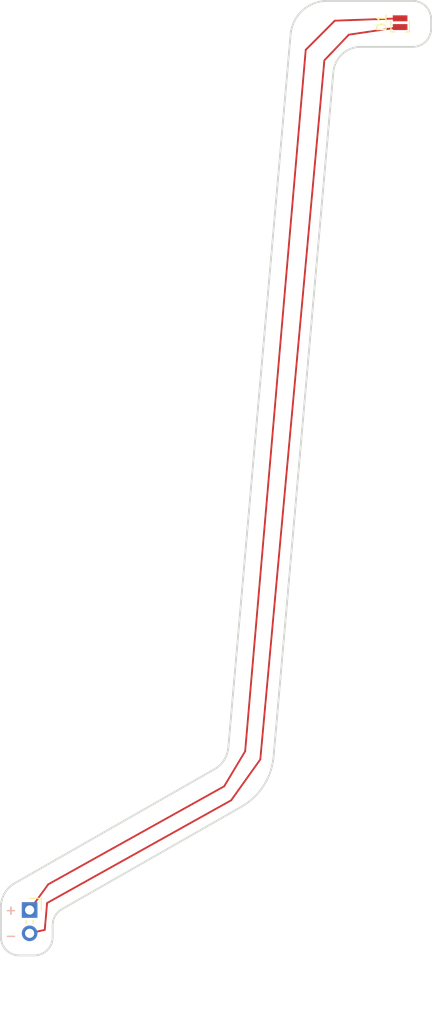
<source format=kicad_pcb>
(kicad_pcb (version 20211014) (generator pcbnew)
  (layers (0 "F.Cu" signal) (31 "B.Cu" signal) (34 "B.Paste" user) (35 "F.Paste" user) (36 "B.SilkS" user "B.Silkscreen") (37 "F.SilkS" user "F.Silkscreen") (38 "B.Mask" user) (39 "F.Mask" user) (44 "Edge.Cuts" user))
  (net 0 "")
  (net 1 "/-")
  (net 2 "/+")
  (footprint "LED_SMD:LED_Cree-XQ" (layer "F.Cu") (at 200.279 51.783 90)
    (fp_text reference "D1" (at 0 -2 90) (layer "F.SilkS"))
    (fp_text value "LED")
    (fp_line (start 0.2 -1) (end -1 -1) (layer "F.SilkS") (width 0.12))
    (fp_line (start 0.2 1) (end -1 1) (layer "F.SilkS") (width 0.12))
    (fp_line (start -1 1) (end -1 0.6) (layer "F.SilkS") (width 0.12))
    (fp_line (start -1 -1) (end -1 -0.6) (layer "F.SilkS") (width 0.12))
    (pad "1" smd rect (at -0.475 0 90) (size 0.65 1.6) (layers "F.Cu" "F.Paste" "F.Mask") (net 1 "/-"))
    (pad "2" smd rect (at 0.475 0 90) (size 0.65 1.6) (layers "F.Cu" "F.Paste" "F.Mask") (net 2 "/+"))
  )
  (footprint "Connector_PinHeader_2.54mm:PinHeader_2x01_P2.54mm_Horizontal" (layer "F.Cu") (at 159.893 148.336 -90)
    (fp_text reference "J1" hide)
    (fp_text value "Conn_01x02_Male")
    (fp_line (start 1.11 -0.38) (end 1.497071 -0.38) (layer "F.SilkS") (width 0.12))
    (fp_line (start 1.11 0.38) (end 1.497071 0.38) (layer "F.SilkS") (width 0.12))
    (fp_line (start -1.27 -1.27) (end 0 -1.27) (layer "F.SilkS") (width 0.12))
    (fp_line (start -1.27 0) (end -1.27 -1.27) (layer "F.SilkS") (width 0.12))
    (pad "1" thru_hole rect (at 0 0 270) (size 1.7 1.7) (drill 1) (layers *.Cu *.Mask) (net 2 "/+"))
    (pad "2" thru_hole oval (at 2.54 0 270) (size 1.7 1.7) (drill 1) (layers *.Cu *.Mask) (net 1 "/-"))
  )
  (gr_arc (start 203.66123 52.412554) (mid 203.075444 53.826768) (end 201.66123 54.412554) (layer "Edge.Cuts") (width 0.2))
  (gr_arc (start 158.764771 153.279446) (mid 157.350558 152.693659) (end 156.764771 151.279446) (layer "Edge.Cuts") (width 0.2))
  (gr_line (start 158.279619 145.416335) (end 180.048885 133.012916) (layer "Edge.Cuts") (width 0.2))
  (gr_arc (start 186.487605 131.625773) (mid 185.407228 134.793607) (end 182.979595 137.097732) (layer "Edge.Cuts") (width 0.2))
  (gr_arc (start 162.404771 151.279446) (mid 161.818993 152.693674) (end 160.404771 153.279446) (layer "Edge.Cuts") (width 0.2))
  (gr_arc (start 156.764771 148.022927) (mid 157.171 146.515536) (end 158.279619 145.416335) (layer "Edge.Cuts") (width 0.2))
  (gr_arc (start 181.552318 130.667791) (mid 181.089299 132.025434) (end 180.048885 133.012916) (layer "Edge.Cuts") (width 0.2))
  (gr_line (start 182.979595 137.097732) (end 163.41467 148.24519) (layer "Edge.Cuts") (width 0.2))
  (gr_line (start 181.552318 130.667791) (end 188.341776 53.063931) (layer "Edge.Cuts") (width 0.2))
  (gr_line (start 201.66123 54.412554) (end 195.991879 54.412554) (layer "Edge.Cuts") (width 0.2))
  (gr_line (start 162.404771 149.982918) (end 162.404771 151.279446) (layer "Edge.Cuts") (width 0.2))
  (gr_arc (start 162.404771 149.982918) (mid 162.67558 148.977981) (end 163.41467 148.24519) (layer "Edge.Cuts") (width 0.2))
  (gr_line (start 156.764771 151.279446) (end 156.764771 148.022927) (layer "Edge.Cuts") (width 0.2))
  (gr_line (start 193.003295 57.151087) (end 186.487605 131.625773) (layer "Edge.Cuts") (width 0.2))
  (gr_arc (start 193.003295 57.151087) (mid 193.965109 55.200722) (end 195.991879 54.412554) (layer "Edge.Cuts") (width 0.2))
  (gr_arc (start 188.341776 53.063931) (mid 189.624194 50.463444) (end 192.326555 49.412554) (layer "Edge.Cuts") (width 0.2))
  (gr_line (start 160.404771 153.279446) (end 158.764771 153.279446) (layer "Edge.Cuts") (width 0.2))
  (gr_line (start 203.66123 51.412554) (end 203.66123 52.412554) (layer "Edge.Cuts") (width 0.2))
  (gr_arc (start 201.66123 49.412554) (mid 203.075444 49.99834) (end 203.66123 51.412554) (layer "Edge.Cuts") (width 0.2))
  (gr_line (start 192.326555 49.412554) (end 201.66123 49.412554) (layer "Edge.Cuts") (width 0.2))
  (gr_text "-" (at 157.861 151.13) (layer "B.SilkS") (effects (font (size 1 1)) (justify mirror)))
  (gr_text "+" (at 157.861 148.336) (layer "B.SilkS") (effects (font (size 1 1)) (justify mirror)))
  (gr_text "-" (at 157.861 151.13) (layer "F.SilkS") (effects (font (size 1 1))))
  (gr_text "+" (at 157.861 148.336) (layer "F.SilkS") (effects (font (size 1 1))))
  (segment (start 161.798 147.574) (end 161.544 150.495) (width 0.2) (layer "F.Cu") (net 1))
  (segment (start 161.544 150.495) (end 159.893 150.876) (width 0.2) (layer "F.Cu") (net 1))
  (segment (start 181.864 136.398) (end 161.798 147.574) (width 0.2) (layer "F.Cu") (net 1))
  (segment (start 194.691 53.086) (end 192.024 55.88) (width 0.2) (layer "F.Cu") (net 1))
  (segment (start 200.279 52.258) (end 194.691 53.086) (width 0.2) (layer "F.Cu") (net 1))
  (segment (start 192.024 55.88) (end 185.039 131.953) (width 0.2) (layer "F.Cu") (net 1))
  (segment (start 185.039 131.953) (end 181.864 136.398) (width 0.2) (layer "F.Cu") (net 1))
  (segment (start 189.992 54.737) (end 193.167 51.562) (width 0.2) (layer "F.Cu") (net 2))
  (segment (start 159.893 148.336) (end 161.925 145.542) (width 0.2) (layer "F.Cu") (net 2))
  (segment (start 161.925 145.542) (end 181.102 134.874) (width 0.2) (layer "F.Cu") (net 2))
  (segment (start 193.167 51.562) (end 200.279 51.308) (width 0.2) (layer "F.Cu") (net 2))
  (segment (start 181.102 134.874) (end 183.388 131.064) (width 0.2) (layer "F.Cu") (net 2))
  (segment (start 183.388 131.064) (end 189.992 54.737) (width 0.2) (layer "F.Cu") (net 2))
)
</source>
